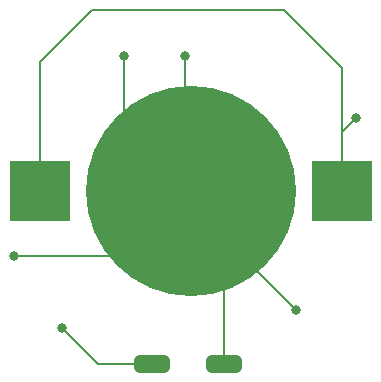
<source format=gbr>
%TF.GenerationSoftware,KiCad,Pcbnew,(6.0.8)*%
%TF.CreationDate,2023-04-11T21:19:58-04:00*%
%TF.ProjectId,Rat_NEST_v1,5261745f-4e45-4535-945f-76312e6b6963,rev?*%
%TF.SameCoordinates,Original*%
%TF.FileFunction,Copper,L1,Top*%
%TF.FilePolarity,Positive*%
%FSLAX46Y46*%
G04 Gerber Fmt 4.6, Leading zero omitted, Abs format (unit mm)*
G04 Created by KiCad (PCBNEW (6.0.8)) date 2023-04-11 21:19:58*
%MOMM*%
%LPD*%
G01*
G04 APERTURE LIST*
G04 Aperture macros list*
%AMRoundRect*
0 Rectangle with rounded corners*
0 $1 Rounding radius*
0 $2 $3 $4 $5 $6 $7 $8 $9 X,Y pos of 4 corners*
0 Add a 4 corners polygon primitive as box body*
4,1,4,$2,$3,$4,$5,$6,$7,$8,$9,$2,$3,0*
0 Add four circle primitives for the rounded corners*
1,1,$1+$1,$2,$3*
1,1,$1+$1,$4,$5*
1,1,$1+$1,$6,$7*
1,1,$1+$1,$8,$9*
0 Add four rect primitives between the rounded corners*
20,1,$1+$1,$2,$3,$4,$5,0*
20,1,$1+$1,$4,$5,$6,$7,0*
20,1,$1+$1,$6,$7,$8,$9,0*
20,1,$1+$1,$8,$9,$2,$3,0*%
G04 Aperture macros list end*
%TA.AperFunction,SMDPad,CuDef*%
%ADD10RoundRect,0.375000X-1.125000X-0.375000X1.125000X-0.375000X1.125000X0.375000X-1.125000X0.375000X0*%
%TD*%
%TA.AperFunction,SMDPad,CuDef*%
%ADD11C,17.800000*%
%TD*%
%TA.AperFunction,SMDPad,CuDef*%
%ADD12R,5.100000X5.100000*%
%TD*%
%TA.AperFunction,ViaPad*%
%ADD13C,0.800000*%
%TD*%
%TA.AperFunction,Conductor*%
%ADD14C,0.200000*%
%TD*%
G04 APERTURE END LIST*
D10*
%TO.P,REF\u002A\u002A,1*%
%TO.N,N/C*%
X152400000Y-120904000D03*
%TD*%
%TO.P,REF\u002A\u002A,1*%
%TO.N,N/C*%
X146304000Y-120904000D03*
%TD*%
D11*
%TO.P,REF\u002A\u002A,2*%
%TO.N,N/C*%
X149606000Y-106273600D03*
D12*
%TO.P,REF\u002A\u002A,1*%
X162406000Y-106273600D03*
X136806000Y-106273600D03*
%TD*%
D13*
%TO.N,*%
X138684000Y-117856000D03*
X163576000Y-100076000D03*
X134620000Y-111760000D03*
X158496000Y-116332000D03*
X149148800Y-94843600D03*
X143967200Y-94843600D03*
%TD*%
D14*
%TO.N,*%
X152400000Y-109067600D02*
X149606000Y-106273600D01*
X152400000Y-120904000D02*
X152400000Y-109067600D01*
X141732000Y-120904000D02*
X146304000Y-120904000D01*
X138684000Y-117856000D02*
X141732000Y-120904000D01*
X157480000Y-90932000D02*
X141224000Y-90932000D01*
X141224000Y-90932000D02*
X136806000Y-95350000D01*
X162406000Y-95858000D02*
X157480000Y-90932000D01*
X162406000Y-101246000D02*
X162406000Y-95858000D01*
X136806000Y-95350000D02*
X136806000Y-106273600D01*
X162406000Y-101246000D02*
X162406000Y-106273600D01*
X163576000Y-100076000D02*
X162406000Y-101246000D01*
X144119600Y-111760000D02*
X149606000Y-106273600D01*
X134620000Y-111760000D02*
X144119600Y-111760000D01*
X149606000Y-107442000D02*
X149606000Y-106273600D01*
X158496000Y-116332000D02*
X149606000Y-107442000D01*
X149148800Y-105816400D02*
X149606000Y-106273600D01*
X149148800Y-94843600D02*
X149148800Y-105816400D01*
X143967200Y-100634800D02*
X149606000Y-106273600D01*
X143967200Y-94843600D02*
X143967200Y-100634800D01*
%TD*%
M02*

</source>
